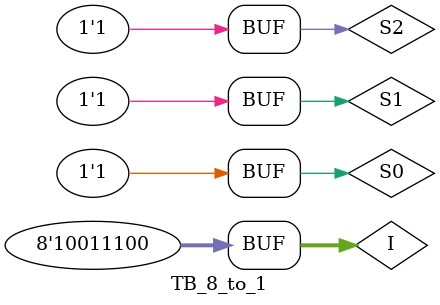
<source format=v>

module TB_8_to_1();
wire Y; reg [7:0]I; reg S2, S1, S0;

//triggering the Test Bench for Structural Modelling
mux_8_to_1_str trigger_structuralModelling(Y, I, S2, S1, S0);

initial
begin

//set sample inputs for I
I = 8'b10011100;

//passing inputs for select lines
S2 = 1'b0; S1 = 1'b0; S0 = 1'b0;
#200;
S2 = 1'b0; S1 = 1'b0; S0 = 1'b1;
#200;
S2 = 1'b0; S1 = 1'b1; S0 = 1'b0;
#200;
S2 = 1'b0; S1 = 1'b1; S0 = 1'b1;
#200;
S2 = 1'b1; S1 = 1'b0; S0 = 1'b0;
#200;
S2 = 1'b1; S1 = 1'b0; S0 = 1'b1;
#200;
S2 = 1'b1; S1 = 1'b1; S0 = 1'b0;
#200;
S2 = 1'b1; S1 = 1'b1; S0 = 1'b1;
end
endmodule
</source>
